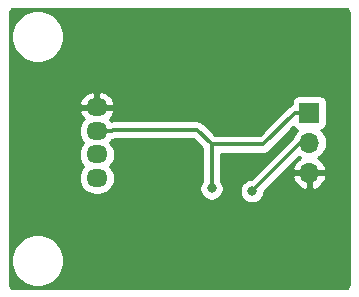
<source format=gbl>
G04 #@! TF.GenerationSoftware,KiCad,Pcbnew,(5.1.2)-1*
G04 #@! TF.CreationDate,2022-08-21T12:43:38+09:00*
G04 #@! TF.ProjectId,conv,636f6e76-2e6b-4696-9361-645f70636258,v1.1*
G04 #@! TF.SameCoordinates,Original*
G04 #@! TF.FileFunction,Copper,L2,Bot*
G04 #@! TF.FilePolarity,Positive*
%FSLAX46Y46*%
G04 Gerber Fmt 4.6, Leading zero omitted, Abs format (unit mm)*
G04 Created by KiCad (PCBNEW (5.1.2)-1) date 2022-08-21 12:43:38*
%MOMM*%
%LPD*%
G04 APERTURE LIST*
%ADD10O,1.700000X1.700000*%
%ADD11R,1.700000X1.700000*%
%ADD12O,1.800000X1.524000*%
%ADD13C,0.800000*%
%ADD14C,0.300000*%
%ADD15C,0.254000*%
G04 APERTURE END LIST*
D10*
X126000000Y-104540000D03*
X126000000Y-102000000D03*
D11*
X126000000Y-99460000D03*
D12*
X108000000Y-99000000D03*
X108000000Y-101000000D03*
X108000000Y-103000000D03*
X108000000Y-105000000D03*
D13*
X116020000Y-97990000D03*
X116870000Y-91570000D03*
X103240000Y-97410000D03*
X103200000Y-107180000D03*
X121070000Y-104100000D03*
X117724500Y-105872000D03*
X121143900Y-106100000D03*
D14*
X108000000Y-99000000D02*
X104830000Y-99000000D01*
X104830000Y-99000000D02*
X103240000Y-97410000D01*
X117724500Y-102151100D02*
X122108600Y-102151100D01*
X122108600Y-102151100D02*
X124799700Y-99460000D01*
X109250300Y-101000000D02*
X109346600Y-100903700D01*
X109346600Y-100903700D02*
X116477100Y-100903700D01*
X116477100Y-100903700D02*
X117724500Y-102151100D01*
X117724500Y-102151100D02*
X117724500Y-105872000D01*
X126000000Y-99460000D02*
X124799700Y-99460000D01*
X108000000Y-101000000D02*
X109250300Y-101000000D01*
X125243900Y-102000000D02*
X121143900Y-106100000D01*
X126000000Y-102000000D02*
X125243900Y-102000000D01*
D15*
G36*
X129065424Y-90669580D02*
G01*
X129128356Y-90688580D01*
X129186405Y-90719445D01*
X129237343Y-90760989D01*
X129279248Y-90811644D01*
X129310515Y-90869471D01*
X129329956Y-90932272D01*
X129340001Y-91027845D01*
X129340000Y-113967721D01*
X129330420Y-114065424D01*
X129311420Y-114128357D01*
X129280554Y-114186406D01*
X129239011Y-114237343D01*
X129188356Y-114279248D01*
X129130529Y-114310515D01*
X129067728Y-114329956D01*
X128972165Y-114340000D01*
X101032279Y-114340000D01*
X100934576Y-114330420D01*
X100871643Y-114311420D01*
X100813594Y-114280554D01*
X100762657Y-114239011D01*
X100720752Y-114188356D01*
X100689485Y-114130529D01*
X100670044Y-114067728D01*
X100660000Y-113972165D01*
X100660000Y-111779872D01*
X100765000Y-111779872D01*
X100765000Y-112220128D01*
X100850890Y-112651925D01*
X101019369Y-113058669D01*
X101263962Y-113424729D01*
X101575271Y-113736038D01*
X101941331Y-113980631D01*
X102348075Y-114149110D01*
X102779872Y-114235000D01*
X103220128Y-114235000D01*
X103651925Y-114149110D01*
X104058669Y-113980631D01*
X104424729Y-113736038D01*
X104736038Y-113424729D01*
X104980631Y-113058669D01*
X105149110Y-112651925D01*
X105235000Y-112220128D01*
X105235000Y-111779872D01*
X105149110Y-111348075D01*
X104980631Y-110941331D01*
X104736038Y-110575271D01*
X104424729Y-110263962D01*
X104058669Y-110019369D01*
X103651925Y-109850890D01*
X103220128Y-109765000D01*
X102779872Y-109765000D01*
X102348075Y-109850890D01*
X101941331Y-110019369D01*
X101575271Y-110263962D01*
X101263962Y-110575271D01*
X101019369Y-110941331D01*
X100850890Y-111348075D01*
X100765000Y-111779872D01*
X100660000Y-111779872D01*
X100660000Y-101000000D01*
X106458241Y-101000000D01*
X106485214Y-101273860D01*
X106565096Y-101537195D01*
X106694817Y-101779887D01*
X106869392Y-101992608D01*
X106878399Y-102000000D01*
X106869392Y-102007392D01*
X106694817Y-102220113D01*
X106565096Y-102462805D01*
X106485214Y-102726140D01*
X106458241Y-103000000D01*
X106485214Y-103273860D01*
X106565096Y-103537195D01*
X106694817Y-103779887D01*
X106869392Y-103992608D01*
X106878399Y-104000000D01*
X106869392Y-104007392D01*
X106694817Y-104220113D01*
X106565096Y-104462805D01*
X106485214Y-104726140D01*
X106458241Y-105000000D01*
X106485214Y-105273860D01*
X106565096Y-105537195D01*
X106694817Y-105779887D01*
X106869392Y-105992608D01*
X107082113Y-106167183D01*
X107324805Y-106296904D01*
X107588140Y-106376786D01*
X107793375Y-106397000D01*
X108206625Y-106397000D01*
X108411860Y-106376786D01*
X108675195Y-106296904D01*
X108917887Y-106167183D01*
X109130608Y-105992608D01*
X109305183Y-105779887D01*
X109434904Y-105537195D01*
X109514786Y-105273860D01*
X109541759Y-105000000D01*
X109514786Y-104726140D01*
X109434904Y-104462805D01*
X109305183Y-104220113D01*
X109130608Y-104007392D01*
X109121601Y-104000000D01*
X109130608Y-103992608D01*
X109305183Y-103779887D01*
X109434904Y-103537195D01*
X109514786Y-103273860D01*
X109541759Y-103000000D01*
X109514786Y-102726140D01*
X109434904Y-102462805D01*
X109305183Y-102220113D01*
X109130608Y-102007392D01*
X109121601Y-102000000D01*
X109130608Y-101992608D01*
X109302053Y-101783701D01*
X109404187Y-101773641D01*
X109552160Y-101728754D01*
X109627097Y-101688700D01*
X116151943Y-101688700D01*
X116939500Y-102476258D01*
X116939501Y-105193288D01*
X116920563Y-105212226D01*
X116807295Y-105381744D01*
X116729274Y-105570102D01*
X116689500Y-105770061D01*
X116689500Y-105973939D01*
X116729274Y-106173898D01*
X116807295Y-106362256D01*
X116920563Y-106531774D01*
X117064726Y-106675937D01*
X117234244Y-106789205D01*
X117422602Y-106867226D01*
X117622561Y-106907000D01*
X117826439Y-106907000D01*
X118026398Y-106867226D01*
X118214756Y-106789205D01*
X118384274Y-106675937D01*
X118528437Y-106531774D01*
X118641705Y-106362256D01*
X118719726Y-106173898D01*
X118759500Y-105973939D01*
X118759500Y-105770061D01*
X118719726Y-105570102D01*
X118641705Y-105381744D01*
X118528437Y-105212226D01*
X118509500Y-105193289D01*
X118509500Y-102936100D01*
X122070047Y-102936100D01*
X122108600Y-102939897D01*
X122147153Y-102936100D01*
X122147161Y-102936100D01*
X122262487Y-102924741D01*
X122410460Y-102879854D01*
X122546833Y-102806962D01*
X122666364Y-102708864D01*
X122690947Y-102678910D01*
X124658183Y-100711675D01*
X124698815Y-100761185D01*
X124795506Y-100840537D01*
X124905820Y-100899502D01*
X124974687Y-100920393D01*
X124944866Y-100944866D01*
X124759294Y-101170986D01*
X124621401Y-101428966D01*
X124585096Y-101548647D01*
X121068743Y-105065000D01*
X121041961Y-105065000D01*
X120842002Y-105104774D01*
X120653644Y-105182795D01*
X120484126Y-105296063D01*
X120339963Y-105440226D01*
X120226695Y-105609744D01*
X120148674Y-105798102D01*
X120108900Y-105998061D01*
X120108900Y-106201939D01*
X120148674Y-106401898D01*
X120226695Y-106590256D01*
X120339963Y-106759774D01*
X120484126Y-106903937D01*
X120653644Y-107017205D01*
X120842002Y-107095226D01*
X121041961Y-107135000D01*
X121245839Y-107135000D01*
X121445798Y-107095226D01*
X121634156Y-107017205D01*
X121803674Y-106903937D01*
X121947837Y-106759774D01*
X122061105Y-106590256D01*
X122139126Y-106401898D01*
X122178900Y-106201939D01*
X122178900Y-106175157D01*
X123457167Y-104896890D01*
X124558524Y-104896890D01*
X124603175Y-105044099D01*
X124728359Y-105306920D01*
X124902412Y-105540269D01*
X125118645Y-105735178D01*
X125368748Y-105884157D01*
X125643109Y-105981481D01*
X125873000Y-105860814D01*
X125873000Y-104667000D01*
X126127000Y-104667000D01*
X126127000Y-105860814D01*
X126356891Y-105981481D01*
X126631252Y-105884157D01*
X126881355Y-105735178D01*
X127097588Y-105540269D01*
X127271641Y-105306920D01*
X127396825Y-105044099D01*
X127441476Y-104896890D01*
X127320155Y-104667000D01*
X126127000Y-104667000D01*
X125873000Y-104667000D01*
X124679845Y-104667000D01*
X124558524Y-104896890D01*
X123457167Y-104896890D01*
X125139330Y-103214727D01*
X125170986Y-103240706D01*
X125235523Y-103275201D01*
X125118645Y-103344822D01*
X124902412Y-103539731D01*
X124728359Y-103773080D01*
X124603175Y-104035901D01*
X124558524Y-104183110D01*
X124679845Y-104413000D01*
X125873000Y-104413000D01*
X125873000Y-104393000D01*
X126127000Y-104393000D01*
X126127000Y-104413000D01*
X127320155Y-104413000D01*
X127441476Y-104183110D01*
X127396825Y-104035901D01*
X127271641Y-103773080D01*
X127097588Y-103539731D01*
X126881355Y-103344822D01*
X126764477Y-103275201D01*
X126829014Y-103240706D01*
X127055134Y-103055134D01*
X127240706Y-102829014D01*
X127378599Y-102571034D01*
X127463513Y-102291111D01*
X127492185Y-102000000D01*
X127463513Y-101708889D01*
X127378599Y-101428966D01*
X127240706Y-101170986D01*
X127055134Y-100944866D01*
X127025313Y-100920393D01*
X127094180Y-100899502D01*
X127204494Y-100840537D01*
X127301185Y-100761185D01*
X127380537Y-100664494D01*
X127439502Y-100554180D01*
X127475812Y-100434482D01*
X127488072Y-100310000D01*
X127488072Y-98610000D01*
X127475812Y-98485518D01*
X127439502Y-98365820D01*
X127380537Y-98255506D01*
X127301185Y-98158815D01*
X127204494Y-98079463D01*
X127094180Y-98020498D01*
X126974482Y-97984188D01*
X126850000Y-97971928D01*
X125150000Y-97971928D01*
X125025518Y-97984188D01*
X124905820Y-98020498D01*
X124795506Y-98079463D01*
X124698815Y-98158815D01*
X124619463Y-98255506D01*
X124560498Y-98365820D01*
X124524188Y-98485518D01*
X124511928Y-98610000D01*
X124511928Y-98726972D01*
X124497840Y-98731246D01*
X124361467Y-98804138D01*
X124301259Y-98853550D01*
X124271887Y-98877655D01*
X124271884Y-98877658D01*
X124241936Y-98902236D01*
X124217358Y-98932184D01*
X121783443Y-101366100D01*
X118049658Y-101366100D01*
X117059447Y-100375890D01*
X117034864Y-100345936D01*
X116915333Y-100247838D01*
X116778960Y-100174946D01*
X116630987Y-100130059D01*
X116515661Y-100118700D01*
X116515653Y-100118700D01*
X116477100Y-100114903D01*
X116438547Y-100118700D01*
X109385156Y-100118700D01*
X109346600Y-100114903D01*
X109308045Y-100118700D01*
X109308039Y-100118700D01*
X109263649Y-100123072D01*
X109228393Y-100126544D01*
X109130608Y-100007392D01*
X109114337Y-99994039D01*
X109262135Y-99830330D01*
X109402524Y-99595068D01*
X109492220Y-99343070D01*
X109369720Y-99127000D01*
X108127000Y-99127000D01*
X108127000Y-99147000D01*
X107873000Y-99147000D01*
X107873000Y-99127000D01*
X106630280Y-99127000D01*
X106507780Y-99343070D01*
X106597476Y-99595068D01*
X106737865Y-99830330D01*
X106885663Y-99994039D01*
X106869392Y-100007392D01*
X106694817Y-100220113D01*
X106565096Y-100462805D01*
X106485214Y-100726140D01*
X106458241Y-101000000D01*
X100660000Y-101000000D01*
X100660000Y-98656930D01*
X106507780Y-98656930D01*
X106630280Y-98873000D01*
X107873000Y-98873000D01*
X107873000Y-97761251D01*
X108127000Y-97761251D01*
X108127000Y-98873000D01*
X109369720Y-98873000D01*
X109492220Y-98656930D01*
X109402524Y-98404932D01*
X109262135Y-98169670D01*
X109078546Y-97966317D01*
X108858812Y-97802688D01*
X108611378Y-97685071D01*
X108345752Y-97617986D01*
X108127000Y-97761251D01*
X107873000Y-97761251D01*
X107654248Y-97617986D01*
X107388622Y-97685071D01*
X107141188Y-97802688D01*
X106921454Y-97966317D01*
X106737865Y-98169670D01*
X106597476Y-98404932D01*
X106507780Y-98656930D01*
X100660000Y-98656930D01*
X100660000Y-92779872D01*
X100765000Y-92779872D01*
X100765000Y-93220128D01*
X100850890Y-93651925D01*
X101019369Y-94058669D01*
X101263962Y-94424729D01*
X101575271Y-94736038D01*
X101941331Y-94980631D01*
X102348075Y-95149110D01*
X102779872Y-95235000D01*
X103220128Y-95235000D01*
X103651925Y-95149110D01*
X104058669Y-94980631D01*
X104424729Y-94736038D01*
X104736038Y-94424729D01*
X104980631Y-94058669D01*
X105149110Y-93651925D01*
X105235000Y-93220128D01*
X105235000Y-92779872D01*
X105149110Y-92348075D01*
X104980631Y-91941331D01*
X104736038Y-91575271D01*
X104424729Y-91263962D01*
X104058669Y-91019369D01*
X103651925Y-90850890D01*
X103220128Y-90765000D01*
X102779872Y-90765000D01*
X102348075Y-90850890D01*
X101941331Y-91019369D01*
X101575271Y-91263962D01*
X101263962Y-91575271D01*
X101019369Y-91941331D01*
X100850890Y-92348075D01*
X100765000Y-92779872D01*
X100660000Y-92779872D01*
X100660000Y-91032279D01*
X100669580Y-90934576D01*
X100688580Y-90871644D01*
X100719445Y-90813595D01*
X100760989Y-90762657D01*
X100811644Y-90720752D01*
X100869471Y-90689485D01*
X100932272Y-90670044D01*
X101027835Y-90660000D01*
X128967721Y-90660000D01*
X129065424Y-90669580D01*
X129065424Y-90669580D01*
G37*
X129065424Y-90669580D02*
X129128356Y-90688580D01*
X129186405Y-90719445D01*
X129237343Y-90760989D01*
X129279248Y-90811644D01*
X129310515Y-90869471D01*
X129329956Y-90932272D01*
X129340001Y-91027845D01*
X129340000Y-113967721D01*
X129330420Y-114065424D01*
X129311420Y-114128357D01*
X129280554Y-114186406D01*
X129239011Y-114237343D01*
X129188356Y-114279248D01*
X129130529Y-114310515D01*
X129067728Y-114329956D01*
X128972165Y-114340000D01*
X101032279Y-114340000D01*
X100934576Y-114330420D01*
X100871643Y-114311420D01*
X100813594Y-114280554D01*
X100762657Y-114239011D01*
X100720752Y-114188356D01*
X100689485Y-114130529D01*
X100670044Y-114067728D01*
X100660000Y-113972165D01*
X100660000Y-111779872D01*
X100765000Y-111779872D01*
X100765000Y-112220128D01*
X100850890Y-112651925D01*
X101019369Y-113058669D01*
X101263962Y-113424729D01*
X101575271Y-113736038D01*
X101941331Y-113980631D01*
X102348075Y-114149110D01*
X102779872Y-114235000D01*
X103220128Y-114235000D01*
X103651925Y-114149110D01*
X104058669Y-113980631D01*
X104424729Y-113736038D01*
X104736038Y-113424729D01*
X104980631Y-113058669D01*
X105149110Y-112651925D01*
X105235000Y-112220128D01*
X105235000Y-111779872D01*
X105149110Y-111348075D01*
X104980631Y-110941331D01*
X104736038Y-110575271D01*
X104424729Y-110263962D01*
X104058669Y-110019369D01*
X103651925Y-109850890D01*
X103220128Y-109765000D01*
X102779872Y-109765000D01*
X102348075Y-109850890D01*
X101941331Y-110019369D01*
X101575271Y-110263962D01*
X101263962Y-110575271D01*
X101019369Y-110941331D01*
X100850890Y-111348075D01*
X100765000Y-111779872D01*
X100660000Y-111779872D01*
X100660000Y-101000000D01*
X106458241Y-101000000D01*
X106485214Y-101273860D01*
X106565096Y-101537195D01*
X106694817Y-101779887D01*
X106869392Y-101992608D01*
X106878399Y-102000000D01*
X106869392Y-102007392D01*
X106694817Y-102220113D01*
X106565096Y-102462805D01*
X106485214Y-102726140D01*
X106458241Y-103000000D01*
X106485214Y-103273860D01*
X106565096Y-103537195D01*
X106694817Y-103779887D01*
X106869392Y-103992608D01*
X106878399Y-104000000D01*
X106869392Y-104007392D01*
X106694817Y-104220113D01*
X106565096Y-104462805D01*
X106485214Y-104726140D01*
X106458241Y-105000000D01*
X106485214Y-105273860D01*
X106565096Y-105537195D01*
X106694817Y-105779887D01*
X106869392Y-105992608D01*
X107082113Y-106167183D01*
X107324805Y-106296904D01*
X107588140Y-106376786D01*
X107793375Y-106397000D01*
X108206625Y-106397000D01*
X108411860Y-106376786D01*
X108675195Y-106296904D01*
X108917887Y-106167183D01*
X109130608Y-105992608D01*
X109305183Y-105779887D01*
X109434904Y-105537195D01*
X109514786Y-105273860D01*
X109541759Y-105000000D01*
X109514786Y-104726140D01*
X109434904Y-104462805D01*
X109305183Y-104220113D01*
X109130608Y-104007392D01*
X109121601Y-104000000D01*
X109130608Y-103992608D01*
X109305183Y-103779887D01*
X109434904Y-103537195D01*
X109514786Y-103273860D01*
X109541759Y-103000000D01*
X109514786Y-102726140D01*
X109434904Y-102462805D01*
X109305183Y-102220113D01*
X109130608Y-102007392D01*
X109121601Y-102000000D01*
X109130608Y-101992608D01*
X109302053Y-101783701D01*
X109404187Y-101773641D01*
X109552160Y-101728754D01*
X109627097Y-101688700D01*
X116151943Y-101688700D01*
X116939500Y-102476258D01*
X116939501Y-105193288D01*
X116920563Y-105212226D01*
X116807295Y-105381744D01*
X116729274Y-105570102D01*
X116689500Y-105770061D01*
X116689500Y-105973939D01*
X116729274Y-106173898D01*
X116807295Y-106362256D01*
X116920563Y-106531774D01*
X117064726Y-106675937D01*
X117234244Y-106789205D01*
X117422602Y-106867226D01*
X117622561Y-106907000D01*
X117826439Y-106907000D01*
X118026398Y-106867226D01*
X118214756Y-106789205D01*
X118384274Y-106675937D01*
X118528437Y-106531774D01*
X118641705Y-106362256D01*
X118719726Y-106173898D01*
X118759500Y-105973939D01*
X118759500Y-105770061D01*
X118719726Y-105570102D01*
X118641705Y-105381744D01*
X118528437Y-105212226D01*
X118509500Y-105193289D01*
X118509500Y-102936100D01*
X122070047Y-102936100D01*
X122108600Y-102939897D01*
X122147153Y-102936100D01*
X122147161Y-102936100D01*
X122262487Y-102924741D01*
X122410460Y-102879854D01*
X122546833Y-102806962D01*
X122666364Y-102708864D01*
X122690947Y-102678910D01*
X124658183Y-100711675D01*
X124698815Y-100761185D01*
X124795506Y-100840537D01*
X124905820Y-100899502D01*
X124974687Y-100920393D01*
X124944866Y-100944866D01*
X124759294Y-101170986D01*
X124621401Y-101428966D01*
X124585096Y-101548647D01*
X121068743Y-105065000D01*
X121041961Y-105065000D01*
X120842002Y-105104774D01*
X120653644Y-105182795D01*
X120484126Y-105296063D01*
X120339963Y-105440226D01*
X120226695Y-105609744D01*
X120148674Y-105798102D01*
X120108900Y-105998061D01*
X120108900Y-106201939D01*
X120148674Y-106401898D01*
X120226695Y-106590256D01*
X120339963Y-106759774D01*
X120484126Y-106903937D01*
X120653644Y-107017205D01*
X120842002Y-107095226D01*
X121041961Y-107135000D01*
X121245839Y-107135000D01*
X121445798Y-107095226D01*
X121634156Y-107017205D01*
X121803674Y-106903937D01*
X121947837Y-106759774D01*
X122061105Y-106590256D01*
X122139126Y-106401898D01*
X122178900Y-106201939D01*
X122178900Y-106175157D01*
X123457167Y-104896890D01*
X124558524Y-104896890D01*
X124603175Y-105044099D01*
X124728359Y-105306920D01*
X124902412Y-105540269D01*
X125118645Y-105735178D01*
X125368748Y-105884157D01*
X125643109Y-105981481D01*
X125873000Y-105860814D01*
X125873000Y-104667000D01*
X126127000Y-104667000D01*
X126127000Y-105860814D01*
X126356891Y-105981481D01*
X126631252Y-105884157D01*
X126881355Y-105735178D01*
X127097588Y-105540269D01*
X127271641Y-105306920D01*
X127396825Y-105044099D01*
X127441476Y-104896890D01*
X127320155Y-104667000D01*
X126127000Y-104667000D01*
X125873000Y-104667000D01*
X124679845Y-104667000D01*
X124558524Y-104896890D01*
X123457167Y-104896890D01*
X125139330Y-103214727D01*
X125170986Y-103240706D01*
X125235523Y-103275201D01*
X125118645Y-103344822D01*
X124902412Y-103539731D01*
X124728359Y-103773080D01*
X124603175Y-104035901D01*
X124558524Y-104183110D01*
X124679845Y-104413000D01*
X125873000Y-104413000D01*
X125873000Y-104393000D01*
X126127000Y-104393000D01*
X126127000Y-104413000D01*
X127320155Y-104413000D01*
X127441476Y-104183110D01*
X127396825Y-104035901D01*
X127271641Y-103773080D01*
X127097588Y-103539731D01*
X126881355Y-103344822D01*
X126764477Y-103275201D01*
X126829014Y-103240706D01*
X127055134Y-103055134D01*
X127240706Y-102829014D01*
X127378599Y-102571034D01*
X127463513Y-102291111D01*
X127492185Y-102000000D01*
X127463513Y-101708889D01*
X127378599Y-101428966D01*
X127240706Y-101170986D01*
X127055134Y-100944866D01*
X127025313Y-100920393D01*
X127094180Y-100899502D01*
X127204494Y-100840537D01*
X127301185Y-100761185D01*
X127380537Y-100664494D01*
X127439502Y-100554180D01*
X127475812Y-100434482D01*
X127488072Y-100310000D01*
X127488072Y-98610000D01*
X127475812Y-98485518D01*
X127439502Y-98365820D01*
X127380537Y-98255506D01*
X127301185Y-98158815D01*
X127204494Y-98079463D01*
X127094180Y-98020498D01*
X126974482Y-97984188D01*
X126850000Y-97971928D01*
X125150000Y-97971928D01*
X125025518Y-97984188D01*
X124905820Y-98020498D01*
X124795506Y-98079463D01*
X124698815Y-98158815D01*
X124619463Y-98255506D01*
X124560498Y-98365820D01*
X124524188Y-98485518D01*
X124511928Y-98610000D01*
X124511928Y-98726972D01*
X124497840Y-98731246D01*
X124361467Y-98804138D01*
X124301259Y-98853550D01*
X124271887Y-98877655D01*
X124271884Y-98877658D01*
X124241936Y-98902236D01*
X124217358Y-98932184D01*
X121783443Y-101366100D01*
X118049658Y-101366100D01*
X117059447Y-100375890D01*
X117034864Y-100345936D01*
X116915333Y-100247838D01*
X116778960Y-100174946D01*
X116630987Y-100130059D01*
X116515661Y-100118700D01*
X116515653Y-100118700D01*
X116477100Y-100114903D01*
X116438547Y-100118700D01*
X109385156Y-100118700D01*
X109346600Y-100114903D01*
X109308045Y-100118700D01*
X109308039Y-100118700D01*
X109263649Y-100123072D01*
X109228393Y-100126544D01*
X109130608Y-100007392D01*
X109114337Y-99994039D01*
X109262135Y-99830330D01*
X109402524Y-99595068D01*
X109492220Y-99343070D01*
X109369720Y-99127000D01*
X108127000Y-99127000D01*
X108127000Y-99147000D01*
X107873000Y-99147000D01*
X107873000Y-99127000D01*
X106630280Y-99127000D01*
X106507780Y-99343070D01*
X106597476Y-99595068D01*
X106737865Y-99830330D01*
X106885663Y-99994039D01*
X106869392Y-100007392D01*
X106694817Y-100220113D01*
X106565096Y-100462805D01*
X106485214Y-100726140D01*
X106458241Y-101000000D01*
X100660000Y-101000000D01*
X100660000Y-98656930D01*
X106507780Y-98656930D01*
X106630280Y-98873000D01*
X107873000Y-98873000D01*
X107873000Y-97761251D01*
X108127000Y-97761251D01*
X108127000Y-98873000D01*
X109369720Y-98873000D01*
X109492220Y-98656930D01*
X109402524Y-98404932D01*
X109262135Y-98169670D01*
X109078546Y-97966317D01*
X108858812Y-97802688D01*
X108611378Y-97685071D01*
X108345752Y-97617986D01*
X108127000Y-97761251D01*
X107873000Y-97761251D01*
X107654248Y-97617986D01*
X107388622Y-97685071D01*
X107141188Y-97802688D01*
X106921454Y-97966317D01*
X106737865Y-98169670D01*
X106597476Y-98404932D01*
X106507780Y-98656930D01*
X100660000Y-98656930D01*
X100660000Y-92779872D01*
X100765000Y-92779872D01*
X100765000Y-93220128D01*
X100850890Y-93651925D01*
X101019369Y-94058669D01*
X101263962Y-94424729D01*
X101575271Y-94736038D01*
X101941331Y-94980631D01*
X102348075Y-95149110D01*
X102779872Y-95235000D01*
X103220128Y-95235000D01*
X103651925Y-95149110D01*
X104058669Y-94980631D01*
X104424729Y-94736038D01*
X104736038Y-94424729D01*
X104980631Y-94058669D01*
X105149110Y-93651925D01*
X105235000Y-93220128D01*
X105235000Y-92779872D01*
X105149110Y-92348075D01*
X104980631Y-91941331D01*
X104736038Y-91575271D01*
X104424729Y-91263962D01*
X104058669Y-91019369D01*
X103651925Y-90850890D01*
X103220128Y-90765000D01*
X102779872Y-90765000D01*
X102348075Y-90850890D01*
X101941331Y-91019369D01*
X101575271Y-91263962D01*
X101263962Y-91575271D01*
X101019369Y-91941331D01*
X100850890Y-92348075D01*
X100765000Y-92779872D01*
X100660000Y-92779872D01*
X100660000Y-91032279D01*
X100669580Y-90934576D01*
X100688580Y-90871644D01*
X100719445Y-90813595D01*
X100760989Y-90762657D01*
X100811644Y-90720752D01*
X100869471Y-90689485D01*
X100932272Y-90670044D01*
X101027835Y-90660000D01*
X128967721Y-90660000D01*
X129065424Y-90669580D01*
M02*

</source>
